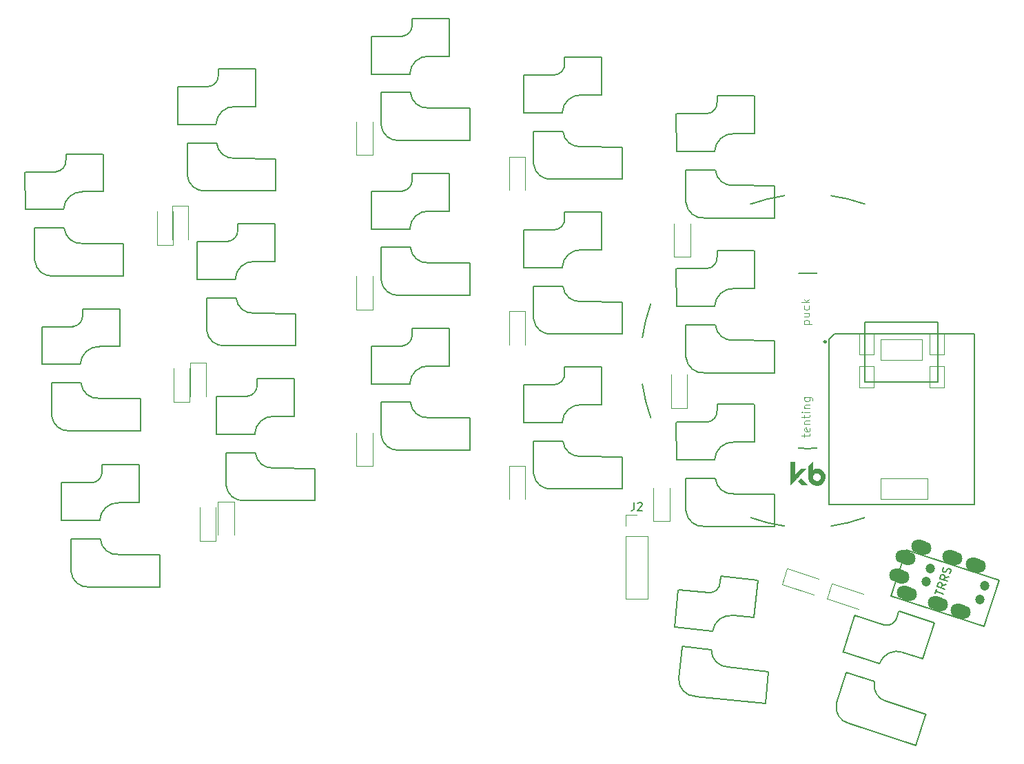
<source format=gto>
%TF.GenerationSoftware,KiCad,Pcbnew,(6.0.8)*%
%TF.CreationDate,2022-10-28T13:13:08+09:00*%
%TF.ProjectId,selen-rev2,73656c65-6e2d-4726-9576-322e6b696361,rev?*%
%TF.SameCoordinates,Original*%
%TF.FileFunction,Legend,Top*%
%TF.FilePolarity,Positive*%
%FSLAX46Y46*%
G04 Gerber Fmt 4.6, Leading zero omitted, Abs format (unit mm)*
G04 Created by KiCad (PCBNEW (6.0.8)) date 2022-10-28 13:13:08*
%MOMM*%
%LPD*%
G01*
G04 APERTURE LIST*
G04 Aperture macros list*
%AMHorizOval*
0 Thick line with rounded ends*
0 $1 width*
0 $2 $3 position (X,Y) of the first rounded end (center of the circle)*
0 $4 $5 position (X,Y) of the second rounded end (center of the circle)*
0 Add line between two ends*
20,1,$1,$2,$3,$4,$5,0*
0 Add two circle primitives to create the rounded ends*
1,1,$1,$2,$3*
1,1,$1,$4,$5*%
G04 Aperture macros list end*
%ADD10C,0.150000*%
%ADD11C,0.100000*%
%ADD12C,0.120000*%
%ADD13C,0.200000*%
%ADD14C,0.010000*%
%ADD15C,0.066040*%
%ADD16C,0.127000*%
%ADD17C,0.254000*%
%ADD18C,1.200000*%
%ADD19HorizOval,1.700000X-0.380423X0.123607X0.380423X-0.123607X0*%
G04 APERTURE END LIST*
D10*
%TO.C,J2*%
X167866666Y-115622380D02*
X167866666Y-116336666D01*
X167819047Y-116479523D01*
X167723809Y-116574761D01*
X167580952Y-116622380D01*
X167485714Y-116622380D01*
X168295238Y-115717619D02*
X168342857Y-115670000D01*
X168438095Y-115622380D01*
X168676190Y-115622380D01*
X168771428Y-115670000D01*
X168819047Y-115717619D01*
X168866666Y-115812857D01*
X168866666Y-115908095D01*
X168819047Y-116050952D01*
X168247619Y-116622380D01*
X168866666Y-116622380D01*
D11*
%TO.C,REF\u002A\u002A*%
X188731714Y-93667500D02*
X189731714Y-93667500D01*
X188779333Y-93667500D02*
X188731714Y-93572261D01*
X188731714Y-93381785D01*
X188779333Y-93286547D01*
X188826952Y-93238928D01*
X188922190Y-93191309D01*
X189207904Y-93191309D01*
X189303142Y-93238928D01*
X189350761Y-93286547D01*
X189398380Y-93381785D01*
X189398380Y-93572261D01*
X189350761Y-93667500D01*
X188731714Y-92334166D02*
X189398380Y-92334166D01*
X188731714Y-92762738D02*
X189255523Y-92762738D01*
X189350761Y-92715119D01*
X189398380Y-92619880D01*
X189398380Y-92477023D01*
X189350761Y-92381785D01*
X189303142Y-92334166D01*
X189350761Y-91429404D02*
X189398380Y-91524642D01*
X189398380Y-91715119D01*
X189350761Y-91810357D01*
X189303142Y-91857976D01*
X189207904Y-91905595D01*
X188922190Y-91905595D01*
X188826952Y-91857976D01*
X188779333Y-91810357D01*
X188731714Y-91715119D01*
X188731714Y-91524642D01*
X188779333Y-91429404D01*
X189398380Y-91000833D02*
X188398380Y-91000833D01*
X189017428Y-90905595D02*
X189398380Y-90619880D01*
X188731714Y-90619880D02*
X189112666Y-91000833D01*
X188795214Y-107558000D02*
X188795214Y-107177047D01*
X188461880Y-107415142D02*
X189319023Y-107415142D01*
X189414261Y-107367523D01*
X189461880Y-107272285D01*
X189461880Y-107177047D01*
X189414261Y-106462761D02*
X189461880Y-106558000D01*
X189461880Y-106748476D01*
X189414261Y-106843714D01*
X189319023Y-106891333D01*
X188938071Y-106891333D01*
X188842833Y-106843714D01*
X188795214Y-106748476D01*
X188795214Y-106558000D01*
X188842833Y-106462761D01*
X188938071Y-106415142D01*
X189033309Y-106415142D01*
X189128547Y-106891333D01*
X188795214Y-105986571D02*
X189461880Y-105986571D01*
X188890452Y-105986571D02*
X188842833Y-105938952D01*
X188795214Y-105843714D01*
X188795214Y-105700857D01*
X188842833Y-105605619D01*
X188938071Y-105558000D01*
X189461880Y-105558000D01*
X188795214Y-105224666D02*
X188795214Y-104843714D01*
X188461880Y-105081809D02*
X189319023Y-105081809D01*
X189414261Y-105034190D01*
X189461880Y-104938952D01*
X189461880Y-104843714D01*
X189461880Y-104510380D02*
X188795214Y-104510380D01*
X188461880Y-104510380D02*
X188509500Y-104558000D01*
X188557119Y-104510380D01*
X188509500Y-104462761D01*
X188461880Y-104510380D01*
X188557119Y-104510380D01*
X188795214Y-104034190D02*
X189461880Y-104034190D01*
X188890452Y-104034190D02*
X188842833Y-103986571D01*
X188795214Y-103891333D01*
X188795214Y-103748476D01*
X188842833Y-103653238D01*
X188938071Y-103605619D01*
X189461880Y-103605619D01*
X188795214Y-102700857D02*
X189604738Y-102700857D01*
X189699976Y-102748476D01*
X189747595Y-102796095D01*
X189795214Y-102891333D01*
X189795214Y-103034190D01*
X189747595Y-103129428D01*
X189414261Y-102700857D02*
X189461880Y-102796095D01*
X189461880Y-102986571D01*
X189414261Y-103081809D01*
X189366642Y-103129428D01*
X189271404Y-103177047D01*
X188985690Y-103177047D01*
X188890452Y-103129428D01*
X188842833Y-103081809D01*
X188795214Y-102986571D01*
X188795214Y-102796095D01*
X188842833Y-102700857D01*
D10*
%TO.C,J1*%
X204832172Y-126799995D02*
X205008753Y-126256534D01*
X205871519Y-126837281D02*
X204920463Y-126528264D01*
X206239397Y-125705071D02*
X205683507Y-125874939D01*
X206062816Y-126248532D02*
X205111759Y-125939515D01*
X205229480Y-125577208D01*
X205304198Y-125501346D01*
X205364202Y-125470773D01*
X205469494Y-125454915D01*
X205605359Y-125499060D01*
X205681221Y-125573779D01*
X205711794Y-125633782D01*
X205727652Y-125739074D01*
X205609932Y-126101381D01*
X206548414Y-124754015D02*
X205992524Y-124923883D01*
X206371833Y-125297476D02*
X205420776Y-124988459D01*
X205538497Y-124626151D01*
X205613215Y-124550290D01*
X205673219Y-124519716D01*
X205778511Y-124503858D01*
X205914376Y-124548003D01*
X205990238Y-124622722D01*
X206020811Y-124682726D01*
X206036669Y-124788017D01*
X205918949Y-125150325D01*
X206620846Y-124376992D02*
X206710280Y-124255842D01*
X206783855Y-124029400D01*
X206767997Y-123924108D01*
X206737424Y-123864105D01*
X206661562Y-123789386D01*
X206570985Y-123759956D01*
X206465693Y-123775814D01*
X206405690Y-123806388D01*
X206330971Y-123882249D01*
X206226822Y-124048688D01*
X206152104Y-124124550D01*
X206092100Y-124155123D01*
X205986808Y-124170981D01*
X205896232Y-124141551D01*
X205820370Y-124066832D01*
X205789797Y-124006829D01*
X205773938Y-123901537D01*
X205847514Y-123675095D01*
X205936948Y-123553945D01*
D12*
%TO.C,D9*%
X152500000Y-92150000D02*
X152500000Y-96200000D01*
X154500000Y-92150000D02*
X154500000Y-96200000D01*
X154500000Y-92100000D02*
X152500000Y-92100000D01*
%TO.C,D4*%
X154500000Y-73150000D02*
X154500000Y-77200000D01*
X152500000Y-73150000D02*
X152500000Y-77200000D01*
X154500000Y-73100000D02*
X152500000Y-73100000D01*
%TO.C,D12*%
X116750000Y-115584000D02*
X116750000Y-119634000D01*
X118750000Y-115534000D02*
X116750000Y-115534000D01*
X118750000Y-115584000D02*
X118750000Y-119634000D01*
%TO.C,J2*%
X166870000Y-119770000D02*
X169530000Y-119770000D01*
X166870000Y-118500000D02*
X166870000Y-117170000D01*
X169530000Y-119770000D02*
X169530000Y-127450000D01*
X166870000Y-119770000D02*
X166870000Y-127450000D01*
X166870000Y-127450000D02*
X169530000Y-127450000D01*
X166870000Y-117170000D02*
X168200000Y-117170000D01*
%TO.C,D17*%
X192222830Y-125594083D02*
X196074609Y-126845601D01*
X192175277Y-125578632D02*
X191557243Y-127480745D01*
X191604796Y-127496196D02*
X195456575Y-128747714D01*
D10*
%TO.C,SW1*%
X93055000Y-79562500D02*
X93030000Y-74962500D01*
X105130000Y-83858500D02*
X105130000Y-87766500D01*
X102605000Y-77387500D02*
X100055000Y-77387500D01*
X105130000Y-83812500D02*
X100080000Y-83766500D01*
X94230000Y-85812500D02*
X94230000Y-81867500D01*
X102630000Y-77362500D02*
X102630000Y-72762500D01*
X97755000Y-79587500D02*
X93055000Y-79587500D01*
X102605000Y-72737500D02*
X98055000Y-72737500D01*
X96830000Y-74937500D02*
X93055000Y-74937500D01*
X105130000Y-87766500D02*
X96505000Y-87766500D01*
X98050000Y-73462500D02*
X98050000Y-72762500D01*
X94230000Y-81858500D02*
X97840000Y-81858500D01*
X100130000Y-77392500D02*
G75*
G03*
X97760000Y-79562500I-100000J-2270000D01*
G01*
X96830000Y-74932500D02*
G75*
G03*
X98050000Y-73512500I-100000J1320000D01*
G01*
X94241000Y-85882500D02*
G75*
G03*
X96505000Y-87766500I2074000J190000D01*
G01*
X97845000Y-81882500D02*
G75*
G03*
X100105000Y-83762500I2070000J190000D01*
G01*
%TO.C,SW13*%
X140595000Y-94893750D02*
X140595000Y-94193750D01*
X145150000Y-94168750D02*
X140600000Y-94168750D01*
X147675000Y-109197750D02*
X139050000Y-109197750D01*
X139375000Y-96368750D02*
X135600000Y-96368750D01*
X136775000Y-107243750D02*
X136775000Y-103298750D01*
X145175000Y-98793750D02*
X145175000Y-94193750D01*
X136775000Y-103289750D02*
X140385000Y-103289750D01*
X147675000Y-105243750D02*
X142625000Y-105197750D01*
X140300000Y-101018750D02*
X135600000Y-101018750D01*
X147675000Y-105289750D02*
X147675000Y-109197750D01*
X145150000Y-98818750D02*
X142600000Y-98818750D01*
X135600000Y-100993750D02*
X135575000Y-96393750D01*
X140390000Y-103313750D02*
G75*
G03*
X142650000Y-105193750I2070000J190000D01*
G01*
X139375000Y-96363750D02*
G75*
G03*
X140595000Y-94943750I-100000J1320000D01*
G01*
X142675000Y-98823750D02*
G75*
G03*
X140305000Y-100993750I-100000J-2270000D01*
G01*
X136786000Y-107313750D02*
G75*
G03*
X139050000Y-109197750I2074000J190000D01*
G01*
D12*
%TO.C,D15*%
X170250000Y-117900000D02*
X172250000Y-117900000D01*
X170250000Y-117850000D02*
X170250000Y-113800000D01*
X172250000Y-117850000D02*
X172250000Y-113800000D01*
%TO.C,D8*%
X133750000Y-91850000D02*
X133750000Y-87800000D01*
X135750000Y-91850000D02*
X135750000Y-87800000D01*
X133750000Y-91900000D02*
X135750000Y-91900000D01*
D10*
%TO.C,SW7*%
X118868750Y-88160000D02*
X114168750Y-88160000D01*
X123718750Y-85960000D02*
X121168750Y-85960000D01*
X126243750Y-92385000D02*
X121193750Y-92339000D01*
X115343750Y-90431000D02*
X118953750Y-90431000D01*
X123718750Y-81310000D02*
X119168750Y-81310000D01*
X117943750Y-83510000D02*
X114168750Y-83510000D01*
X123743750Y-85935000D02*
X123743750Y-81335000D01*
X115343750Y-94385000D02*
X115343750Y-90440000D01*
X126243750Y-96339000D02*
X117618750Y-96339000D01*
X126243750Y-92431000D02*
X126243750Y-96339000D01*
X119163750Y-82035000D02*
X119163750Y-81335000D01*
X114168750Y-88135000D02*
X114143750Y-83535000D01*
X118958750Y-90455000D02*
G75*
G03*
X121218750Y-92335000I2070000J190000D01*
G01*
X121243750Y-85965000D02*
G75*
G03*
X118873750Y-88135000I-100000J-2270000D01*
G01*
X117943750Y-83505000D02*
G75*
G03*
X119163750Y-82085000I-100000J1320000D01*
G01*
X115354750Y-94455000D02*
G75*
G03*
X117618750Y-96339000I2074000J190000D01*
G01*
D12*
%TO.C,D11*%
X116500000Y-120284000D02*
X116500000Y-116234000D01*
X114500000Y-120334000D02*
X116500000Y-120334000D01*
X114500000Y-120284000D02*
X114500000Y-116234000D01*
D10*
%TO.C,SW6*%
X104693750Y-96412500D02*
X104693750Y-91812500D01*
X104668750Y-91787500D02*
X100118750Y-91787500D01*
X107193750Y-106816500D02*
X98568750Y-106816500D01*
X98893750Y-93987500D02*
X95118750Y-93987500D01*
X107193750Y-102862500D02*
X102143750Y-102816500D01*
X95118750Y-98612500D02*
X95093750Y-94012500D01*
X99818750Y-98637500D02*
X95118750Y-98637500D01*
X107193750Y-102908500D02*
X107193750Y-106816500D01*
X100113750Y-92512500D02*
X100113750Y-91812500D01*
X96293750Y-104862500D02*
X96293750Y-100917500D01*
X104668750Y-96437500D02*
X102118750Y-96437500D01*
X96293750Y-100908500D02*
X99903750Y-100908500D01*
X102193750Y-96442500D02*
G75*
G03*
X99823750Y-98612500I-100000J-2270000D01*
G01*
X99908750Y-100932500D02*
G75*
G03*
X102168750Y-102812500I2070000J190000D01*
G01*
X96304750Y-104932500D02*
G75*
G03*
X98568750Y-106816500I2074000J190000D01*
G01*
X98893750Y-93982500D02*
G75*
G03*
X100113750Y-92562500I-100000J1320000D01*
G01*
%TO.C,SW11*%
X101275000Y-113196250D02*
X97500000Y-113196250D01*
X98675000Y-124071250D02*
X98675000Y-120126250D01*
X107050000Y-110996250D02*
X102500000Y-110996250D01*
X107050000Y-115646250D02*
X104500000Y-115646250D01*
X102200000Y-117846250D02*
X97500000Y-117846250D01*
X107075000Y-115621250D02*
X107075000Y-111021250D01*
X97500000Y-117821250D02*
X97475000Y-113221250D01*
X98675000Y-120117250D02*
X102285000Y-120117250D01*
X109575000Y-122071250D02*
X104525000Y-122025250D01*
X109575000Y-122117250D02*
X109575000Y-126025250D01*
X109575000Y-126025250D02*
X100950000Y-126025250D01*
X102495000Y-111721250D02*
X102495000Y-111021250D01*
X101275000Y-113191250D02*
G75*
G03*
X102495000Y-111771250I-100000J1320000D01*
G01*
X98686000Y-124141250D02*
G75*
G03*
X100950000Y-126025250I2074000J190000D01*
G01*
X104575000Y-115651250D02*
G75*
G03*
X102205000Y-117821250I-100000J-2270000D01*
G01*
X102290000Y-120141250D02*
G75*
G03*
X104550000Y-122021250I2070000J190000D01*
G01*
D13*
%TO.C,REF\u002A\u002A*%
X192057500Y-118520000D02*
G75*
G03*
X196208047Y-117486134I-2857500J20320000D01*
G01*
X189200000Y-87405000D02*
G75*
G03*
X188071615Y-87464136I-6J-10794921D01*
G01*
X196208047Y-78913866D02*
G75*
G03*
X192057500Y-77880000I-7008047J-19286134D01*
G01*
X169913866Y-91191952D02*
G75*
G03*
X168880000Y-95342500I19286117J-7008044D01*
G01*
X168880000Y-101057500D02*
G75*
G03*
X169913866Y-105208047I20319953J2857490D01*
G01*
X182191954Y-117486135D02*
G75*
G03*
X186342500Y-118520000I7008046J19286135D01*
G01*
X186342500Y-77880000D02*
G75*
G03*
X182191952Y-78913866I2857496J-20319983D01*
G01*
X188071615Y-108935864D02*
G75*
G03*
X189200000Y-108995000I1128379J10735785D01*
G01*
X189200000Y-108995001D02*
G75*
G03*
X190328385Y-108935864I0J10794901D01*
G01*
X190328385Y-87464137D02*
G75*
G03*
X189200000Y-87405000I-1128385J-10735763D01*
G01*
G36*
X189273889Y-112384589D02*
G01*
X189272486Y-112277960D01*
X189271442Y-112155304D01*
X189270778Y-112018032D01*
X189270517Y-111867558D01*
X189270514Y-111855822D01*
X189270427Y-111164108D01*
X189778131Y-110654082D01*
X189778279Y-111147650D01*
X189778471Y-111251890D01*
X189778960Y-111348635D01*
X189779710Y-111435521D01*
X189780686Y-111510183D01*
X189781855Y-111570258D01*
X189783182Y-111613381D01*
X189784631Y-111637188D01*
X189785539Y-111641218D01*
X189797970Y-111634904D01*
X189822816Y-111618561D01*
X189846950Y-111601359D01*
X189961647Y-111530637D01*
X190083863Y-111481533D01*
X190214246Y-111453857D01*
X190353447Y-111447419D01*
X190371259Y-111448087D01*
X190460894Y-111454639D01*
X190537377Y-111466576D01*
X190609029Y-111486068D01*
X190684167Y-111515285D01*
X190754018Y-111547924D01*
X190881951Y-111623217D01*
X190994871Y-111715197D01*
X191091765Y-111822186D01*
X191171623Y-111942511D01*
X191233433Y-112074496D01*
X191276185Y-112216465D01*
X191298866Y-112366744D01*
X191302427Y-112456414D01*
X191292136Y-112608892D01*
X191260780Y-112753456D01*
X191207635Y-112892692D01*
X191150380Y-112999611D01*
X191064668Y-113119904D01*
X190963055Y-113224753D01*
X190847722Y-113313075D01*
X190720847Y-113383789D01*
X190584611Y-113435812D01*
X190441192Y-113468065D01*
X190292771Y-113479464D01*
X190192525Y-113474981D01*
X190047917Y-113450100D01*
X189907349Y-113403825D01*
X189774176Y-113337846D01*
X189651756Y-113253849D01*
X189543444Y-113153523D01*
X189535050Y-113144357D01*
X189453919Y-113040237D01*
X189384227Y-112922055D01*
X189329061Y-112796192D01*
X189291508Y-112669032D01*
X189282639Y-112622582D01*
X189280026Y-112594187D01*
X189277681Y-112544115D01*
X189276212Y-112493781D01*
X189772550Y-112493781D01*
X189783122Y-112591330D01*
X189813554Y-112685349D01*
X189842208Y-112739494D01*
X189909142Y-112827777D01*
X189988623Y-112898654D01*
X190078055Y-112951147D01*
X190174841Y-112984279D01*
X190276382Y-112997073D01*
X190380083Y-112988552D01*
X190452910Y-112969264D01*
X190495907Y-112953178D01*
X190536812Y-112935818D01*
X190552979Y-112928042D01*
X190598265Y-112897038D01*
X190647588Y-112850844D01*
X190695645Y-112795388D01*
X190737130Y-112736594D01*
X190758618Y-112698267D01*
X190778799Y-112654021D01*
X190791444Y-112615413D01*
X190798801Y-112573121D01*
X190803119Y-112517818D01*
X190803401Y-112512528D01*
X190800033Y-112405283D01*
X190777177Y-112307391D01*
X190733525Y-112213968D01*
X190715755Y-112185439D01*
X190651213Y-112107535D01*
X190572396Y-112045365D01*
X190482760Y-111999869D01*
X190385761Y-111971991D01*
X190284857Y-111962671D01*
X190183505Y-111972853D01*
X190085159Y-112003478D01*
X190071156Y-112009764D01*
X189983204Y-112062713D01*
X189909214Y-112130927D01*
X189850171Y-112211273D01*
X189807058Y-112300620D01*
X189780856Y-112395833D01*
X189772550Y-112493781D01*
X189276212Y-112493781D01*
X189275628Y-112473778D01*
X189273889Y-112384589D01*
G37*
D14*
X189273889Y-112384589D02*
X189272486Y-112277960D01*
X189271442Y-112155304D01*
X189270778Y-112018032D01*
X189270517Y-111867558D01*
X189270514Y-111855822D01*
X189270427Y-111164108D01*
X189778131Y-110654082D01*
X189778279Y-111147650D01*
X189778471Y-111251890D01*
X189778960Y-111348635D01*
X189779710Y-111435521D01*
X189780686Y-111510183D01*
X189781855Y-111570258D01*
X189783182Y-111613381D01*
X189784631Y-111637188D01*
X189785539Y-111641218D01*
X189797970Y-111634904D01*
X189822816Y-111618561D01*
X189846950Y-111601359D01*
X189961647Y-111530637D01*
X190083863Y-111481533D01*
X190214246Y-111453857D01*
X190353447Y-111447419D01*
X190371259Y-111448087D01*
X190460894Y-111454639D01*
X190537377Y-111466576D01*
X190609029Y-111486068D01*
X190684167Y-111515285D01*
X190754018Y-111547924D01*
X190881951Y-111623217D01*
X190994871Y-111715197D01*
X191091765Y-111822186D01*
X191171623Y-111942511D01*
X191233433Y-112074496D01*
X191276185Y-112216465D01*
X191298866Y-112366744D01*
X191302427Y-112456414D01*
X191292136Y-112608892D01*
X191260780Y-112753456D01*
X191207635Y-112892692D01*
X191150380Y-112999611D01*
X191064668Y-113119904D01*
X190963055Y-113224753D01*
X190847722Y-113313075D01*
X190720847Y-113383789D01*
X190584611Y-113435812D01*
X190441192Y-113468065D01*
X190292771Y-113479464D01*
X190192525Y-113474981D01*
X190047917Y-113450100D01*
X189907349Y-113403825D01*
X189774176Y-113337846D01*
X189651756Y-113253849D01*
X189543444Y-113153523D01*
X189535050Y-113144357D01*
X189453919Y-113040237D01*
X189384227Y-112922055D01*
X189329061Y-112796192D01*
X189291508Y-112669032D01*
X189282639Y-112622582D01*
X189280026Y-112594187D01*
X189277681Y-112544115D01*
X189276212Y-112493781D01*
X189772550Y-112493781D01*
X189783122Y-112591330D01*
X189813554Y-112685349D01*
X189842208Y-112739494D01*
X189909142Y-112827777D01*
X189988623Y-112898654D01*
X190078055Y-112951147D01*
X190174841Y-112984279D01*
X190276382Y-112997073D01*
X190380083Y-112988552D01*
X190452910Y-112969264D01*
X190495907Y-112953178D01*
X190536812Y-112935818D01*
X190552979Y-112928042D01*
X190598265Y-112897038D01*
X190647588Y-112850844D01*
X190695645Y-112795388D01*
X190737130Y-112736594D01*
X190758618Y-112698267D01*
X190778799Y-112654021D01*
X190791444Y-112615413D01*
X190798801Y-112573121D01*
X190803119Y-112517818D01*
X190803401Y-112512528D01*
X190800033Y-112405283D01*
X190777177Y-112307391D01*
X190733525Y-112213968D01*
X190715755Y-112185439D01*
X190651213Y-112107535D01*
X190572396Y-112045365D01*
X190482760Y-111999869D01*
X190385761Y-111971991D01*
X190284857Y-111962671D01*
X190183505Y-111972853D01*
X190085159Y-112003478D01*
X190071156Y-112009764D01*
X189983204Y-112062713D01*
X189909214Y-112130927D01*
X189850171Y-112211273D01*
X189807058Y-112300620D01*
X189780856Y-112395833D01*
X189772550Y-112493781D01*
X189276212Y-112493781D01*
X189275628Y-112473778D01*
X189273889Y-112384589D01*
G36*
X188380025Y-112688398D02*
G01*
X188402728Y-112711261D01*
X188437207Y-112746792D01*
X188481476Y-112792884D01*
X188533543Y-112847430D01*
X188591422Y-112908324D01*
X188653121Y-112973459D01*
X188716654Y-113040729D01*
X188780029Y-113108027D01*
X188841259Y-113173246D01*
X188898355Y-113234281D01*
X188949327Y-113289024D01*
X188992187Y-113335369D01*
X189024945Y-113371209D01*
X189045613Y-113394438D01*
X189047906Y-113397129D01*
X189076207Y-113430764D01*
X188456193Y-113430764D01*
X188282843Y-113254695D01*
X188229101Y-113199952D01*
X188178818Y-113148439D01*
X188135002Y-113103259D01*
X188100656Y-113067513D01*
X188078788Y-113044304D01*
X188075611Y-113040812D01*
X188041729Y-113002997D01*
X188202764Y-112841653D01*
X188252477Y-112792198D01*
X188296701Y-112748873D01*
X188332848Y-112714160D01*
X188358330Y-112690540D01*
X188370559Y-112680492D01*
X188371090Y-112680309D01*
X188380025Y-112688398D01*
G37*
X188380025Y-112688398D02*
X188402728Y-112711261D01*
X188437207Y-112746792D01*
X188481476Y-112792884D01*
X188533543Y-112847430D01*
X188591422Y-112908324D01*
X188653121Y-112973459D01*
X188716654Y-113040729D01*
X188780029Y-113108027D01*
X188841259Y-113173246D01*
X188898355Y-113234281D01*
X188949327Y-113289024D01*
X188992187Y-113335369D01*
X189024945Y-113371209D01*
X189045613Y-113394438D01*
X189047906Y-113397129D01*
X189076207Y-113430764D01*
X188456193Y-113430764D01*
X188282843Y-113254695D01*
X188229101Y-113199952D01*
X188178818Y-113148439D01*
X188135002Y-113103259D01*
X188100656Y-113067513D01*
X188078788Y-113044304D01*
X188075611Y-113040812D01*
X188041729Y-113002997D01*
X188202764Y-112841653D01*
X188252477Y-112792198D01*
X188296701Y-112748873D01*
X188332848Y-112714160D01*
X188358330Y-112690540D01*
X188370559Y-112680492D01*
X188371090Y-112680309D01*
X188380025Y-112688398D01*
G36*
X187573245Y-112281867D02*
G01*
X188376191Y-111479167D01*
X188664559Y-111482261D01*
X188952927Y-111485354D01*
X188105703Y-112345491D01*
X187987778Y-112465214D01*
X187872979Y-112581763D01*
X187762525Y-112693903D01*
X187657633Y-112800396D01*
X187559521Y-112900007D01*
X187469406Y-112991500D01*
X187388507Y-113073637D01*
X187318040Y-113145182D01*
X187259224Y-113204900D01*
X187213277Y-113251554D01*
X187181416Y-113283907D01*
X187167635Y-113297903D01*
X187076791Y-113390179D01*
X187076791Y-110648309D01*
X187573245Y-110648309D01*
X187573245Y-112281867D01*
G37*
X187573245Y-112281867D02*
X188376191Y-111479167D01*
X188664559Y-111482261D01*
X188952927Y-111485354D01*
X188105703Y-112345491D01*
X187987778Y-112465214D01*
X187872979Y-112581763D01*
X187762525Y-112693903D01*
X187657633Y-112800396D01*
X187559521Y-112900007D01*
X187469406Y-112991500D01*
X187388507Y-113073637D01*
X187318040Y-113145182D01*
X187259224Y-113204900D01*
X187213277Y-113251554D01*
X187181416Y-113283907D01*
X187167635Y-113297903D01*
X187076791Y-113390179D01*
X187076791Y-110648309D01*
X187573245Y-110648309D01*
X187573245Y-112281867D01*
D10*
%TO.C,SW8*%
X145175000Y-79743750D02*
X145175000Y-75143750D01*
X136775000Y-88193750D02*
X136775000Y-84248750D01*
X145150000Y-79768750D02*
X142600000Y-79768750D01*
X147675000Y-86193750D02*
X142625000Y-86147750D01*
X147675000Y-86239750D02*
X147675000Y-90147750D01*
X147675000Y-90147750D02*
X139050000Y-90147750D01*
X140595000Y-75843750D02*
X140595000Y-75143750D01*
X135600000Y-81943750D02*
X135575000Y-77343750D01*
X139375000Y-77318750D02*
X135600000Y-77318750D01*
X136775000Y-84239750D02*
X140385000Y-84239750D01*
X140300000Y-81968750D02*
X135600000Y-81968750D01*
X145150000Y-75118750D02*
X140600000Y-75118750D01*
X136786000Y-88263750D02*
G75*
G03*
X139050000Y-90147750I2074000J190000D01*
G01*
X140390000Y-84263750D02*
G75*
G03*
X142650000Y-86143750I2070000J190000D01*
G01*
X139375000Y-77313750D02*
G75*
G03*
X140595000Y-75893750I-100000J1320000D01*
G01*
X142675000Y-79773750D02*
G75*
G03*
X140305000Y-81943750I-100000J-2270000D01*
G01*
%TO.C,SW10*%
X185140000Y-99672750D02*
X176515000Y-99672750D01*
X173065000Y-91468750D02*
X173040000Y-86868750D01*
X182615000Y-84643750D02*
X178065000Y-84643750D01*
X174240000Y-93764750D02*
X177850000Y-93764750D01*
X182615000Y-89293750D02*
X180065000Y-89293750D01*
X182640000Y-89268750D02*
X182640000Y-84668750D01*
X185140000Y-95764750D02*
X185140000Y-99672750D01*
X174240000Y-97718750D02*
X174240000Y-93773750D01*
X178060000Y-85368750D02*
X178060000Y-84668750D01*
X176840000Y-86843750D02*
X173065000Y-86843750D01*
X177765000Y-91493750D02*
X173065000Y-91493750D01*
X185140000Y-95718750D02*
X180090000Y-95672750D01*
X180140000Y-89298750D02*
G75*
G03*
X177770000Y-91468750I-100000J-2270000D01*
G01*
X176840000Y-86838750D02*
G75*
G03*
X178060000Y-85418750I-100000J1320000D01*
G01*
X177855000Y-93788750D02*
G75*
G03*
X180115000Y-95668750I2070000J190000D01*
G01*
X174251000Y-97788750D02*
G75*
G03*
X176515000Y-99672750I2074000J190000D01*
G01*
%TO.C,SW15*%
X174240000Y-112656000D02*
X177850000Y-112656000D01*
X176840000Y-105735000D02*
X173065000Y-105735000D01*
X185140000Y-114656000D02*
X185140000Y-118564000D01*
X185140000Y-114610000D02*
X180090000Y-114564000D01*
X185140000Y-118564000D02*
X176515000Y-118564000D01*
X177765000Y-110385000D02*
X173065000Y-110385000D01*
X173065000Y-110360000D02*
X173040000Y-105760000D01*
X182640000Y-108160000D02*
X182640000Y-103560000D01*
X182615000Y-108185000D02*
X180065000Y-108185000D01*
X182615000Y-103535000D02*
X178065000Y-103535000D01*
X178060000Y-104260000D02*
X178060000Y-103560000D01*
X174240000Y-116610000D02*
X174240000Y-112665000D01*
X176840000Y-105730000D02*
G75*
G03*
X178060000Y-104310000I-100000J1320000D01*
G01*
X177855000Y-112680000D02*
G75*
G03*
X180115000Y-114560000I2070000J190000D01*
G01*
X174251000Y-116680000D02*
G75*
G03*
X176515000Y-118564000I2074000J190000D01*
G01*
X180140000Y-108190000D02*
G75*
G03*
X177770000Y-110360000I-100000J-2270000D01*
G01*
%TO.C,SW3*%
X147675000Y-67143750D02*
X142625000Y-67097750D01*
X145175000Y-60693750D02*
X145175000Y-56093750D01*
X139375000Y-58268750D02*
X135600000Y-58268750D01*
X145150000Y-60718750D02*
X142600000Y-60718750D01*
X135600000Y-62893750D02*
X135575000Y-58293750D01*
X136775000Y-69143750D02*
X136775000Y-65198750D01*
X140300000Y-62918750D02*
X135600000Y-62918750D01*
X136775000Y-65189750D02*
X140385000Y-65189750D01*
X147675000Y-71097750D02*
X139050000Y-71097750D01*
X147675000Y-67189750D02*
X147675000Y-71097750D01*
X140595000Y-56793750D02*
X140595000Y-56093750D01*
X145150000Y-56068750D02*
X140600000Y-56068750D01*
X136786000Y-69213750D02*
G75*
G03*
X139050000Y-71097750I2074000J190000D01*
G01*
X142675000Y-60723750D02*
G75*
G03*
X140305000Y-62893750I-100000J-2270000D01*
G01*
X140390000Y-65213750D02*
G75*
G03*
X142650000Y-67093750I2070000J190000D01*
G01*
X139375000Y-58263750D02*
G75*
G03*
X140595000Y-56843750I-100000J1320000D01*
G01*
%TO.C,SW16*%
X182561359Y-129778968D02*
X180025328Y-129512421D01*
X172836325Y-130943807D02*
X173292293Y-126366393D01*
X177507965Y-131459954D02*
X172833712Y-130968670D01*
X184396123Y-136478454D02*
X183987625Y-140365046D01*
X184400931Y-136432706D02*
X179383404Y-135859089D01*
X173351585Y-137282390D02*
X173763950Y-133359001D01*
X177074089Y-126738738D02*
X173319769Y-126344143D01*
X178441586Y-125399343D02*
X178514755Y-124703178D01*
X173764891Y-133350050D02*
X177355115Y-133727398D01*
X183047416Y-125154442D02*
X178522341Y-124678837D01*
X182588835Y-129756719D02*
X183069666Y-125181918D01*
X183987625Y-140365046D02*
X175409874Y-139463488D01*
X180099394Y-129525234D02*
G75*
G03*
X177515551Y-131435613I-336732J-2247111D01*
G01*
X177357580Y-133751789D02*
G75*
G03*
X179408685Y-135857724I2078520J-27415D01*
G01*
X177074612Y-126733766D02*
G75*
G03*
X178436359Y-125449069I38525J1323222D01*
G01*
X173355208Y-137353156D02*
G75*
G03*
X175409874Y-139463488I2082499J-27833D01*
G01*
D12*
%TO.C,D3*%
X133750000Y-72900000D02*
X135750000Y-72900000D01*
X133750000Y-72850000D02*
X133750000Y-68800000D01*
X135750000Y-72850000D02*
X135750000Y-68800000D01*
%TO.C,D5*%
X172800000Y-85400000D02*
X174800000Y-85400000D01*
X174800000Y-85350000D02*
X174800000Y-81300000D01*
X172800000Y-85350000D02*
X172800000Y-81300000D01*
%TO.C,D1*%
X109236000Y-83884000D02*
X109236000Y-79834000D01*
X109236000Y-83934000D02*
X111236000Y-83934000D01*
X111236000Y-83884000D02*
X111236000Y-79834000D01*
D10*
%TO.C,SW2*%
X111787500Y-69085000D02*
X111762500Y-64485000D01*
X123862500Y-73335000D02*
X118812500Y-73289000D01*
X112962500Y-75335000D02*
X112962500Y-71390000D01*
X116487500Y-69110000D02*
X111787500Y-69110000D01*
X121337500Y-66910000D02*
X118787500Y-66910000D01*
X123862500Y-77289000D02*
X115237500Y-77289000D01*
X121362500Y-66885000D02*
X121362500Y-62285000D01*
X115562500Y-64460000D02*
X111787500Y-64460000D01*
X116782500Y-62985000D02*
X116782500Y-62285000D01*
X123862500Y-73381000D02*
X123862500Y-77289000D01*
X112962500Y-71381000D02*
X116572500Y-71381000D01*
X121337500Y-62260000D02*
X116787500Y-62260000D01*
X116577500Y-71405000D02*
G75*
G03*
X118837500Y-73285000I2070000J190000D01*
G01*
X115562500Y-64455000D02*
G75*
G03*
X116782500Y-63035000I-100000J1320000D01*
G01*
X118862500Y-66915000D02*
G75*
G03*
X116492500Y-69085000I-100000J-2270000D01*
G01*
X112973500Y-75405000D02*
G75*
G03*
X115237500Y-77289000I2074000J190000D01*
G01*
%TO.C,SW9*%
X166407500Y-90956250D02*
X161357500Y-90910250D01*
X155507500Y-92956250D02*
X155507500Y-89011250D01*
X163882500Y-84531250D02*
X161332500Y-84531250D01*
X154332500Y-86706250D02*
X154307500Y-82106250D01*
X163882500Y-79881250D02*
X159332500Y-79881250D01*
X159032500Y-86731250D02*
X154332500Y-86731250D01*
X163907500Y-84506250D02*
X163907500Y-79906250D01*
X166407500Y-94910250D02*
X157782500Y-94910250D01*
X155507500Y-89002250D02*
X159117500Y-89002250D01*
X166407500Y-91002250D02*
X166407500Y-94910250D01*
X158107500Y-82081250D02*
X154332500Y-82081250D01*
X159327500Y-80606250D02*
X159327500Y-79906250D01*
X158107500Y-82076250D02*
G75*
G03*
X159327500Y-80656250I-100000J1320000D01*
G01*
X159122500Y-89026250D02*
G75*
G03*
X161382500Y-90906250I2070000J190000D01*
G01*
X155518500Y-93026250D02*
G75*
G03*
X157782500Y-94910250I2074000J190000D01*
G01*
X161407500Y-84536250D02*
G75*
G03*
X159037500Y-86706250I-100000J-2270000D01*
G01*
%TO.C,SW5*%
X185140000Y-80622750D02*
X176515000Y-80622750D01*
X174240000Y-74714750D02*
X177850000Y-74714750D01*
X182640000Y-70218750D02*
X182640000Y-65618750D01*
X182615000Y-70243750D02*
X180065000Y-70243750D01*
X182615000Y-65593750D02*
X178065000Y-65593750D01*
X177765000Y-72443750D02*
X173065000Y-72443750D01*
X185140000Y-76668750D02*
X180090000Y-76622750D01*
X176840000Y-67793750D02*
X173065000Y-67793750D01*
X173065000Y-72418750D02*
X173040000Y-67818750D01*
X178060000Y-66318750D02*
X178060000Y-65618750D01*
X185140000Y-76714750D02*
X185140000Y-80622750D01*
X174240000Y-78668750D02*
X174240000Y-74723750D01*
X176840000Y-67788750D02*
G75*
G03*
X178060000Y-66368750I-100000J1320000D01*
G01*
X174251000Y-78738750D02*
G75*
G03*
X176515000Y-80622750I2074000J190000D01*
G01*
X177855000Y-74738750D02*
G75*
G03*
X180115000Y-76618750I2070000J190000D01*
G01*
X180140000Y-70248750D02*
G75*
G03*
X177770000Y-72418750I-100000J-2270000D01*
G01*
D12*
%TO.C,D16*%
X186703238Y-123781425D02*
X190555017Y-125032943D01*
X186655685Y-123765974D02*
X186037651Y-125668087D01*
X186085204Y-125683538D02*
X189936983Y-126935056D01*
%TO.C,D13*%
X133750000Y-111100000D02*
X133750000Y-107050000D01*
X133750000Y-111150000D02*
X135750000Y-111150000D01*
X135750000Y-111100000D02*
X135750000Y-107050000D01*
%TO.C,D10*%
X172400000Y-103950000D02*
X172400000Y-99900000D01*
X172400000Y-104000000D02*
X174400000Y-104000000D01*
X174400000Y-103950000D02*
X174400000Y-99900000D01*
D10*
%TO.C,SW17*%
X203707707Y-141760842D02*
X202500069Y-145477571D01*
X198570679Y-130711626D02*
X194980440Y-129545087D01*
X200186768Y-129685818D02*
X200403079Y-129020079D01*
X204742867Y-130403875D02*
X200415560Y-128997847D01*
X192737372Y-140250921D02*
X193956444Y-136499003D01*
X202500069Y-145477571D02*
X194297206Y-142812300D01*
X203721922Y-141717094D02*
X198933301Y-140112809D01*
X203337440Y-134810237D02*
X204758918Y-130435377D01*
X198013477Y-135419880D02*
X193543511Y-133967500D01*
X193959225Y-136490444D02*
X197392539Y-137605995D01*
X193551237Y-133943723D02*
X194948938Y-129561138D01*
X203305938Y-134826288D02*
X200880744Y-134038294D01*
X192726202Y-140320895D02*
G75*
G03*
X194297206Y-142812300I2031205J-460200D01*
G01*
X198572224Y-130706871D02*
G75*
G03*
X200171317Y-129733371I312796J1286297D01*
G01*
X200950528Y-134066226D02*
G75*
G03*
X198025958Y-135397648I-796574J-2127996D01*
G01*
X197389878Y-137630366D02*
G75*
G03*
X198958314Y-140116730I2027400J-458964D01*
G01*
%TO.C,SW12*%
X121250000Y-107210000D02*
X116550000Y-107210000D01*
X117725000Y-109481000D02*
X121335000Y-109481000D01*
X117725000Y-113435000D02*
X117725000Y-109490000D01*
X120325000Y-102560000D02*
X116550000Y-102560000D01*
X116550000Y-107185000D02*
X116525000Y-102585000D01*
X126100000Y-105010000D02*
X123550000Y-105010000D01*
X126100000Y-100360000D02*
X121550000Y-100360000D01*
X128625000Y-111435000D02*
X123575000Y-111389000D01*
X128625000Y-111481000D02*
X128625000Y-115389000D01*
X126125000Y-104985000D02*
X126125000Y-100385000D01*
X121545000Y-101085000D02*
X121545000Y-100385000D01*
X128625000Y-115389000D02*
X120000000Y-115389000D01*
X123625000Y-105015000D02*
G75*
G03*
X121255000Y-107185000I-100000J-2270000D01*
G01*
X120325000Y-102555000D02*
G75*
G03*
X121545000Y-101135000I-100000J1320000D01*
G01*
X117736000Y-113505000D02*
G75*
G03*
X120000000Y-115389000I2074000J190000D01*
G01*
X121340000Y-109505000D02*
G75*
G03*
X123600000Y-111385000I2070000J190000D01*
G01*
D12*
%TO.C,D14*%
X152500000Y-111150000D02*
X152500000Y-115200000D01*
X154500000Y-111150000D02*
X154500000Y-115200000D01*
X154500000Y-111100000D02*
X152500000Y-111100000D01*
D10*
%TO.C,J1*%
X210872949Y-130853170D02*
X199460271Y-127144966D01*
X212727051Y-125146830D02*
X210872949Y-130853170D01*
X201314373Y-121438627D02*
X212727051Y-125146830D01*
X199460271Y-127144966D02*
X201314373Y-121438627D01*
D12*
%TO.C,D2*%
X111111000Y-79184000D02*
X111111000Y-83234000D01*
X113111000Y-79184000D02*
X113111000Y-83234000D01*
X113111000Y-79134000D02*
X111111000Y-79134000D01*
D10*
%TO.C,SW14*%
X159327500Y-99656250D02*
X159327500Y-98956250D01*
X155507500Y-108052250D02*
X159117500Y-108052250D01*
X159032500Y-105781250D02*
X154332500Y-105781250D01*
X154332500Y-105756250D02*
X154307500Y-101156250D01*
X163882500Y-103581250D02*
X161332500Y-103581250D01*
X163882500Y-98931250D02*
X159332500Y-98931250D01*
X166407500Y-110052250D02*
X166407500Y-113960250D01*
X166407500Y-110006250D02*
X161357500Y-109960250D01*
X155507500Y-112006250D02*
X155507500Y-108061250D01*
X166407500Y-113960250D02*
X157782500Y-113960250D01*
X158107500Y-101131250D02*
X154332500Y-101131250D01*
X163907500Y-103556250D02*
X163907500Y-98956250D01*
X161407500Y-103586250D02*
G75*
G03*
X159037500Y-105756250I-100000J-2270000D01*
G01*
X159122500Y-108076250D02*
G75*
G03*
X161382500Y-109956250I2070000J190000D01*
G01*
X158107500Y-101126250D02*
G75*
G03*
X159327500Y-99706250I-100000J1320000D01*
G01*
X155518500Y-112076250D02*
G75*
G03*
X157782500Y-113960250I2074000J190000D01*
G01*
D12*
%TO.C,D7*%
X113300000Y-98488000D02*
X113300000Y-102538000D01*
X115300000Y-98438000D02*
X113300000Y-98438000D01*
X115300000Y-98488000D02*
X115300000Y-102538000D01*
D10*
%TO.C,SW4*%
X163882500Y-60831250D02*
X159332500Y-60831250D01*
X163907500Y-65456250D02*
X163907500Y-60856250D01*
X166407500Y-71906250D02*
X161357500Y-71860250D01*
X154332500Y-67656250D02*
X154307500Y-63056250D01*
X166407500Y-75860250D02*
X157782500Y-75860250D01*
X159327500Y-61556250D02*
X159327500Y-60856250D01*
X158107500Y-63031250D02*
X154332500Y-63031250D01*
X159032500Y-67681250D02*
X154332500Y-67681250D01*
X155507500Y-73906250D02*
X155507500Y-69961250D01*
X163882500Y-65481250D02*
X161332500Y-65481250D01*
X155507500Y-69952250D02*
X159117500Y-69952250D01*
X166407500Y-71952250D02*
X166407500Y-75860250D01*
X161407500Y-65486250D02*
G75*
G03*
X159037500Y-67656250I-100000J-2270000D01*
G01*
X159122500Y-69976250D02*
G75*
G03*
X161382500Y-71856250I2070000J190000D01*
G01*
X155518500Y-73976250D02*
G75*
G03*
X157782500Y-75860250I2074000J190000D01*
G01*
X158107500Y-63026250D02*
G75*
G03*
X159327500Y-61606250I-100000J1320000D01*
G01*
D15*
%TO.C,U1*%
X204157184Y-97434116D02*
X205935184Y-97434116D01*
X204157184Y-97434116D02*
X204157184Y-94767116D01*
D16*
X205231604Y-100779296D02*
X196232384Y-100779296D01*
D15*
X198188184Y-112674116D02*
X203903184Y-112674116D01*
X198188184Y-98069116D02*
X203268184Y-98069116D01*
X205935184Y-101500656D02*
X205935184Y-98831116D01*
X204157184Y-101500656D02*
X205935184Y-101500656D01*
X203903184Y-115214116D02*
X203903184Y-112674116D01*
X195521184Y-97434116D02*
X197299184Y-97434116D01*
X204157184Y-101500656D02*
X204157184Y-98831116D01*
X197299184Y-97434116D02*
X197299184Y-94767116D01*
X195521184Y-98831116D02*
X197299184Y-98831116D01*
X198188184Y-115214116D02*
X203903184Y-115214116D01*
D16*
X205231604Y-93425996D02*
X205231604Y-100779296D01*
D15*
X195521184Y-101500656D02*
X197299184Y-101500656D01*
X195521184Y-97434116D02*
X195521184Y-94767116D01*
X203268184Y-98069116D02*
X203268184Y-95529116D01*
X195521184Y-101500656D02*
X195521184Y-98831116D01*
X204157184Y-94767116D02*
X205935184Y-94767116D01*
X205935184Y-97434116D02*
X205935184Y-94767116D01*
X197299184Y-101500656D02*
X197299184Y-98831116D01*
D16*
X209635964Y-94850936D02*
X192508744Y-94850936D01*
D15*
X195521184Y-94767116D02*
X197299184Y-94767116D01*
D16*
X196232384Y-100779296D02*
X196232384Y-93425996D01*
D15*
X198188184Y-98069116D02*
X198188184Y-95529116D01*
X204157184Y-98831116D02*
X205935184Y-98831116D01*
D16*
X191838184Y-115849116D02*
X209635964Y-115849116D01*
X209635964Y-115849116D02*
X209635964Y-94850936D01*
D15*
X198188184Y-115214116D02*
X198188184Y-112674116D01*
D16*
X196237464Y-93425996D02*
X205231604Y-93425996D01*
X191838184Y-95521496D02*
X191838184Y-115849116D01*
X192508744Y-94850936D02*
X191838184Y-95521496D01*
D15*
X198188184Y-95529116D02*
X203268184Y-95529116D01*
D17*
X191465184Y-95849116D02*
G75*
G03*
X191465184Y-95849116I-127000J0D01*
G01*
D12*
%TO.C,D6*%
X111268000Y-103188000D02*
X111268000Y-99138000D01*
X113268000Y-103188000D02*
X113268000Y-99138000D01*
X111268000Y-103238000D02*
X113268000Y-103238000D01*
%TD*%
D18*
%TO.C,J1*%
X210914195Y-125872126D03*
X204256799Y-123709007D03*
X210373415Y-127536475D03*
X203716020Y-125373356D03*
D19*
X201226469Y-122356381D03*
X200469377Y-124686469D03*
X209851229Y-123318676D03*
X208012578Y-128977463D03*
X206998059Y-122391625D03*
X205159408Y-128050412D03*
X201355182Y-126814344D03*
X203193833Y-121155557D03*
%TD*%
M02*

</source>
